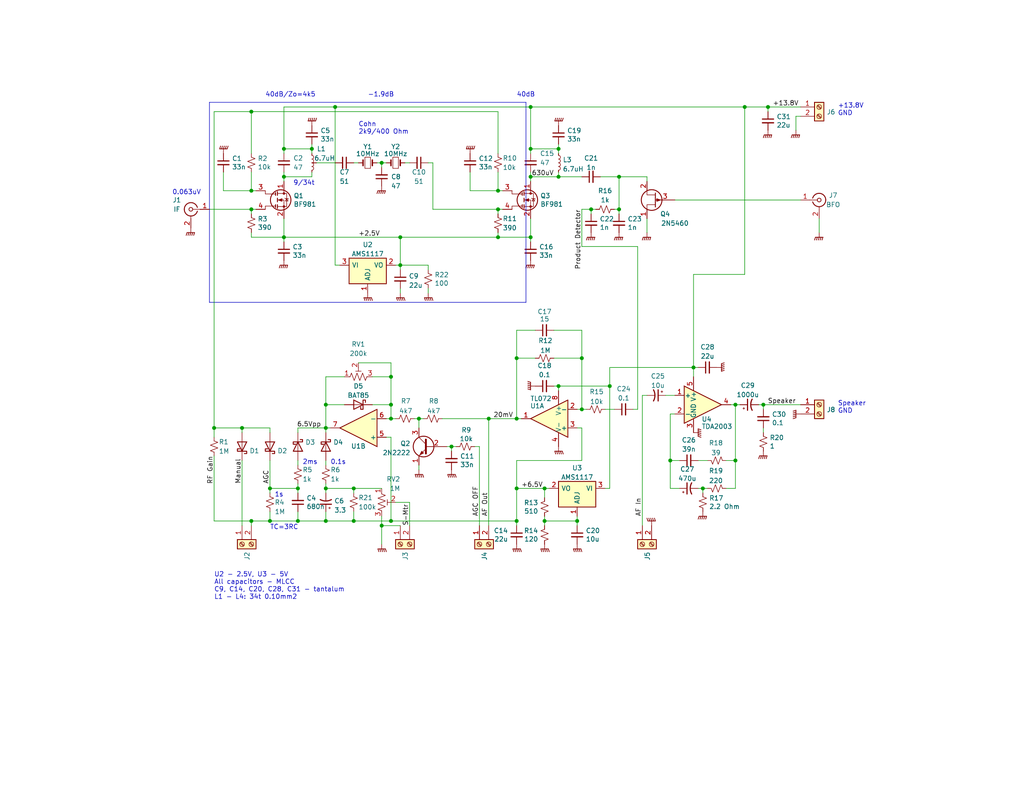
<source format=kicad_sch>
(kicad_sch (version 20230121) (generator eeschema)
  (paper "USLetter")
  (title_block (title "IF amp./Product det./AF amp./AGC") (date "2021-12-23") (rev "3") (company "VA3AUI"))
  (lib_symbols
    (symbol "Amplifier_Audio:TDA2003" (pin_names (offset 0.127))
      (property "Reference" "U" (at 3.81 6.35 0))
      (property "Value" "TDA2003" (at 3.81 3.81 0))
      (symbol "TDA2003_1_1"
        (pin input line (at -7.62 2.54 0) (length 2.54) (name "+") (number "1"))
        (pin input line (at -7.62 -2.54 0) (length 2.54) (name "-") (number "2"))
        (pin power_in line (at -2.54 -7.62 90) (length 3.81) (name "GND") (number "3"))
        (pin output line (at 7.62 0 180) (length 2.54) (name "~") (number "4"))
        (pin power_in line (at -2.54 7.62 270) (length 3.81) (name "V+") (number "5"))
      )
    )
    (symbol "Amplifier_Operational:TL072" (pin_names (offset 0.127))
      (property "Reference" "U" (at 0 5.08 0))
      (property "Value" "TL072" (at 0 -5.08 0))
      (symbol "TL072_1_1"
        (pin output line (at 7.62 0 180) (length 2.54) (name "~") (number "1"))
        (pin input line (at -7.62 -2.54 0) (length 2.54) (name "-") (number "2"))
        (pin input line (at -7.62 2.54 0) (length 2.54) (name "+") (number "3"))
      )
      (symbol "TL072_2_1"
        (pin input line (at -7.62 2.54 0) (length 2.54) (name "+") (number "5"))
        (pin input line (at -7.62 -2.54 0) (length 2.54) (name "-") (number "6"))
        (pin output line (at 7.62 0 180) (length 2.54) (name "~") (number "7"))
      )
      (symbol "TL072_3_1"
        (pin power_in line (at -2.54 -7.62 90) (length 3.81) (name "V-") (number "4"))
        (pin power_in line (at -2.54 7.62 270) (length 3.81) (name "V+") (number "8"))
      )
    )
    (symbol "Connector:Conn_Coaxial" (pin_names (offset 1.016) hide)
      (property "Reference" "J" (at 0.254 3.048 0))
      (property "Value" "Conn_Coaxial" (at 2.921 0 90))
      (symbol "Conn_Coaxial_1_1"
        (pin passive line (at -5.08 0 0) (length 2.54) (name "In") (number "1"))
        (pin passive line (at 0 -5.08 90) (length 2.54) (name "Ext") (number "2"))
      )
    )
    (symbol "Connector:Screw_Terminal_01x02" (pin_names (offset 1.016) hide)
      (property "Reference" "J" (at 0 2.54 0))
      (property "Value" "Screw_Terminal_01x02" (at 0 -5.08 0))
      (symbol "Screw_Terminal_01x02_1_1"
        (pin passive line (at -5.08 0 0) (length 3.81) (name "Pin_1") (number "1"))
        (pin passive line (at -5.08 -2.54 0) (length 3.81) (name "Pin_2") (number "2"))
      )
    )
    (symbol "Device:C_Polarized_Small_US" (pin_numbers hide) (pin_names (offset 0.254) hide)
      (property "Reference" "C" (at 0.254 1.778 0))
      (property "Value" "C_Polarized_Small_US" (at 0.254 -2.032 0))
      (symbol "C_Polarized_Small_US_1_1"
        (pin passive line (at 0 2.54 270) (length 2.032) (name "~") (number "1"))
        (pin passive line (at 0 -2.54 90) (length 2.032) (name "~") (number "2"))
      )
    )
    (symbol "Device:C_Small" (pin_numbers hide) (pin_names (offset 0.254) hide)
      (property "Reference" "C" (at 0.254 1.778 0))
      (property "Value" "C_Small" (at 0.254 -2.032 0))
      (symbol "C_Small_1_1"
        (pin passive line (at 0 2.54 270) (length 2.032) (name "~") (number "1"))
        (pin passive line (at 0 -2.54 90) (length 2.032) (name "~") (number "2"))
      )
    )
    (symbol "Device:Crystal_Small" (pin_numbers hide) (pin_names (offset 1.016) hide)
      (property "Reference" "Y" (at 0 2.54 0))
      (property "Value" "Crystal_Small" (at 0 -2.54 0))
      (symbol "Crystal_Small_1_1"
        (pin passive line (at -2.54 0 0) (length 1.27) (name "1") (number "1"))
        (pin passive line (at 2.54 0 180) (length 1.27) (name "2") (number "2"))
      )
    )
    (symbol "Device:L_Small" (pin_numbers hide) (pin_names (offset 0.254) hide)
      (property "Reference" "L" (at 0.762 1.016 0))
      (property "Value" "L_Small" (at 0.762 -1.016 0))
      (symbol "L_Small_1_1"
        (pin passive line (at 0 2.54 270) (length 0.508) (name "~") (number "1"))
        (pin passive line (at 0 -2.54 90) (length 0.508) (name "~") (number "2"))
      )
    )
    (symbol "Device:Q_PJFET_SDG" (pin_names (offset 0) hide)
      (property "Reference" "Q" (at 5.08 1.27 0))
      (property "Value" "Q_PJFET_SDG" (at 5.08 -1.27 0))
      (symbol "Q_PJFET_SDG_1_1"
        (pin passive line (at 2.54 -5.08 90) (length 2.54) (name "S") (number "1"))
        (pin passive line (at 2.54 5.08 270) (length 2.54) (name "D") (number "2"))
        (pin input line (at -5.08 0 0) (length 5.334) (name "G") (number "3"))
      )
    )
    (symbol "Device:R_Potentiometer_Trim_US" (pin_names (offset 1.016) hide)
      (property "Reference" "RV" (at -4.445 0 90))
      (property "Value" "R_Potentiometer_Trim_US" (at -2.54 0 90))
      (symbol "R_Potentiometer_Trim_US_1_1"
        (pin passive line (at 0 3.81 270) (length 1.27) (name "1") (number "1"))
        (pin passive line (at 3.81 0 180) (length 1.27) (name "2") (number "2"))
        (pin passive line (at 0 -3.81 90) (length 1.27) (name "3") (number "3"))
      )
    )
    (symbol "Device:R_Small_US" (pin_numbers hide) (pin_names (offset 0.254) hide)
      (property "Reference" "R" (at 0.762 0.508 0))
      (property "Value" "R_Small_US" (at 0.762 -1.016 0))
      (symbol "R_Small_US_1_1"
        (pin passive line (at 0 2.54 270) (length 1.016) (name "~") (number "1"))
        (pin passive line (at 0 -2.54 90) (length 1.016) (name "~") (number "2"))
      )
    )
    (symbol "Diode:BAT85" (pin_numbers hide) (pin_names (offset 1.016) hide)
      (property "Reference" "D" (at 0 2.54 0))
      (property "Value" "BAT85" (at 0 -2.54 0))
      (symbol "BAT85_1_1"
        (pin passive line (at -3.81 0 0) (length 2.54) (name "K") (number "1"))
        (pin passive line (at 3.81 0 180) (length 2.54) (name "A") (number "2"))
      )
    )
    (symbol "Regulator_Linear:AMS1117" (pin_names (offset 0.762))
      (property "Reference" "U" (at -3.81 3.175 0))
      (property "Value" "AMS1117" (at 0 3.175 0))
      (symbol "AMS1117_1_1"
        (pin input line (at 0 -7.62 90) (length 2.54) (name "ADJ") (number "1"))
        (pin power_out line (at 7.62 0 180) (length 2.54) (name "VO") (number "2"))
        (pin power_in line (at -7.62 0 0) (length 2.54) (name "VI") (number "3"))
      )
    )
    (symbol "Transistor_BJT:2N3904" (pin_names (offset 0) hide)
      (property "Reference" "Q" (at 5.08 1.905 0))
      (property "Value" "2N3904" (at 5.08 0 0))
      (symbol "2N3904_1_1"
        (pin passive line (at 2.54 -5.08 90) (length 2.54) (name "E") (number "1"))
        (pin passive line (at -5.08 0 0) (length 5.715) (name "B") (number "2"))
        (pin passive line (at 2.54 5.08 270) (length 2.54) (name "C") (number "3"))
      )
    )
    (symbol "Transistor_FET:3SK263" (pin_names hide)
      (property "Reference" "Q" (at 5.08 1.905 0))
      (property "Value" "3SK263" (at 5.08 0 0))
      (symbol "3SK263_1_1"
        (pin passive line (at 2.54 5.08 270) (length 2.54) (name "D") (number "1"))
        (pin passive line (at 2.54 -5.08 90) (length 2.54) (name "S") (number "2"))
        (pin passive line (at -5.08 2.54 0) (length 2.54) (name "G1") (number "3"))
        (pin passive line (at -5.08 -2.54 0) (length 2.54) (name "G2") (number "4"))
      )
    )
    (symbol "VA3AUI:L_Small_Center_Tap" (pin_numbers hide) (pin_names (offset 0.254) hide)
      (property "Reference" "L?" (at 1.143 0.8347 0))
      (property "Value" "L_Small_Center_Tap" (at 1.143 -1.7022 0))
      (symbol "L_Small_Center_Tap_0_0"
        (pin passive line (at 1.27 0 180) (length 1.25) (name "") (number "3"))
      )
      (symbol "L_Small_Center_Tap_1_1"
        (pin passive line (at 0 2.54 270) (length 0.508) (name "~") (number "1"))
        (pin passive line (at 0 -2.54 90) (length 0.508) (name "~") (number "2"))
      )
    )
    (symbol "power:GNDPWR" (power) (pin_names (offset 0))
      (property "Value" "GNDPWR" (at 0 -3.302 0))
      (symbol "GNDPWR_1_1"
        (pin power_in line (at 0 0 270) (length 0) hide (name "GNDPWR") (number "1"))
      )
    )
  )
  (junction (at 73.66 133.35))
  (junction (at 200.66 125.73))
  (junction (at 166.37 105.41))
  (junction (at 104.14 44.45))
  (junction (at 66.04 116.84))
  (junction (at 140.97 133.35))
  (junction (at 182.88 125.73))
  (junction (at 144.78 64.77))
  (junction (at 152.4 40.64))
  (junction (at 168.91 57.15))
  (junction (at 140.97 97.79))
  (junction (at 77.47 64.77))
  (junction (at 144.78 29.21))
  (junction (at 157.48 142.24))
  (junction (at 88.9 142.24))
  (junction (at 148.59 142.24))
  (junction (at 140.97 114.3))
  (junction (at 81.28 142.24))
  (junction (at 114.3 114.3))
  (junction (at 152.4 48.26))
  (junction (at 77.47 40.64))
  (junction (at 135.89 52.07))
  (junction (at 158.75 97.79))
  (junction (at 68.58 52.07))
  (junction (at 106.68 110.49))
  (junction (at 133.35 114.3))
  (junction (at 88.9 110.49))
  (junction (at 85.09 40.64))
  (junction (at 88.9 116.84))
  (junction (at 106.68 102.87))
  (junction (at 140.97 142.24))
  (junction (at 81.28 133.35))
  (junction (at 96.52 142.24))
  (junction (at 109.22 72.39))
  (junction (at 123.19 121.92))
  (junction (at 104.14 143.51))
  (junction (at 88.9 133.35))
  (junction (at 106.68 142.24))
  (junction (at 209.55 29.21))
  (junction (at 109.22 64.77))
  (junction (at 189.23 100.33))
  (junction (at 144.78 48.26))
  (junction (at 135.89 64.77))
  (junction (at 96.52 133.35))
  (junction (at 158.75 111.76))
  (junction (at 144.78 40.64))
  (junction (at 161.29 57.15))
  (junction (at 208.28 110.49))
  (junction (at 106.68 114.3))
  (junction (at 148.59 133.35))
  (junction (at 203.2 29.21))
  (junction (at 200.66 110.49))
  (junction (at 68.58 57.15))
  (junction (at 135.89 57.15))
  (junction (at 73.66 142.24))
  (junction (at 68.58 142.24))
  (junction (at 77.47 48.26))
  (junction (at 68.58 30.48))
  (junction (at 168.91 48.26))
  (junction (at 152.4 105.41))
  (junction (at 91.44 29.21))
  (junction (at 191.77 133.35))
  (junction (at 58.42 116.84))
  (wire (pts (xy 140.97 97.79) (xy 140.97 114.3)))
  (wire (pts (xy 73.66 142.24) (xy 81.28 142.24)))
  (wire (pts (xy 107.95 72.39) (xy 109.22 72.39)))
  (wire (pts (xy 158.75 67.31) (xy 173.99 67.31)))
  (wire (pts (xy 198.12 133.35) (xy 200.66 133.35)))
  (wire (pts (xy 182.88 133.35) (xy 182.88 125.73)))
  (wire (pts (xy 111.76 137.16) (xy 111.76 143.51)))
  (wire (pts (xy 158.75 116.84) (xy 158.75 125.73)))
  (wire (pts (xy 118.11 44.45) (xy 116.84 44.45)))
  (wire (pts (xy 218.44 31.75) (xy 217.17 31.75)))
  (wire (pts (xy 104.14 148.59) (xy 104.14 143.51)))
  (wire (pts (xy 58.42 124.46) (xy 58.42 142.24)))
  (wire (pts (xy 118.11 44.45) (xy 118.11 57.15)))
  (wire (pts (xy 158.75 57.15) (xy 158.75 67.31)))
  (wire (pts (xy 77.47 59.69) (xy 77.47 64.77)))
  (wire (pts (xy 223.52 63.5) (xy 223.52 59.69)))
  (wire (pts (xy 166.37 105.41) (xy 166.37 133.35)))
  (wire (pts (xy 146.05 97.79) (xy 140.97 97.79)))
  (wire (pts (xy 144.78 46.99) (xy 144.78 48.26)))
  (wire (pts (xy 81.28 127) (xy 81.28 125.73)))
  (wire (pts (xy 144.78 48.26) (xy 152.4 48.26)))
  (wire (pts (xy 68.58 64.77) (xy 77.47 64.77)))
  (wire (pts (xy 116.84 80.01) (xy 116.84 78.74)))
  (wire (pts (xy 77.47 40.64) (xy 77.47 29.21)))
  (wire (pts (xy 158.75 90.17) (xy 158.75 97.79)))
  (wire (pts (xy 135.89 63.5) (xy 135.89 64.77)))
  (wire (pts (xy 96.52 44.45) (xy 97.79 44.45)))
  (wire (pts (xy 140.97 133.35) (xy 140.97 142.24)))
  (wire (pts (xy 68.58 52.07) (xy 69.85 52.07)))
  (wire (pts (xy 88.9 139.7) (xy 88.9 142.24)))
  (wire (pts (xy 160.02 111.76) (xy 158.75 111.76)))
  (wire (pts (xy 104.14 45.72) (xy 104.14 44.45)))
  (wire (pts (xy 200.66 110.49) (xy 200.66 125.73)))
  (wire (pts (xy 88.9 118.11) (xy 88.9 116.84)))
  (wire (pts (xy 88.9 116.84) (xy 90.17 116.84)))
  (wire (pts (xy 158.75 111.76) (xy 157.48 111.76)))
  (wire (pts (xy 148.59 133.35) (xy 149.86 133.35)))
  (wire (pts (xy 85.09 41.91) (xy 85.09 40.64)))
  (wire (pts (xy 88.9 132.08) (xy 88.9 133.35)))
  (wire (pts (xy 77.47 48.26) (xy 85.09 48.26)))
  (wire (pts (xy 109.22 73.66) (xy 109.22 72.39)))
  (wire (pts (xy 96.52 142.24) (xy 106.68 142.24)))
  (wire (pts (xy 148.59 143.51) (xy 148.59 142.24)))
  (wire (pts (xy 113.03 114.3) (xy 114.3 114.3)))
  (wire (pts (xy 109.22 72.39) (xy 109.22 64.77)))
  (wire (pts (xy 68.58 57.15) (xy 69.85 57.15)))
  (wire (pts (xy 109.22 143.51) (xy 104.14 143.51)))
  (wire (pts (xy 157.48 143.51) (xy 157.48 142.24)))
  (wire (pts (xy 189.23 100.33) (xy 189.23 74.93)))
  (wire (pts (xy 175.26 107.95) (xy 176.53 107.95)))
  (wire (pts (xy 109.22 80.01) (xy 109.22 78.74)))
  (wire (pts (xy 172.72 111.76) (xy 173.99 111.76)))
  (wire (pts (xy 81.28 142.24) (xy 88.9 142.24)))
  (wire (pts (xy 189.23 74.93) (xy 203.2 74.93)))
  (wire (pts (xy 58.42 30.48) (xy 58.42 116.84)))
  (wire (pts (xy 166.37 105.41) (xy 166.37 100.33)))
  (wire (pts (xy 218.44 110.49) (xy 208.28 110.49)))
  (wire (pts (xy 142.24 114.3) (xy 140.97 114.3)))
  (wire (pts (xy 182.88 125.73) (xy 185.42 125.73)))
  (wire (pts (xy 88.9 110.49) (xy 88.9 116.84)))
  (wire (pts (xy 68.58 143.51) (xy 68.58 142.24)))
  (wire (pts (xy 144.78 59.69) (xy 144.78 64.77)))
  (wire (pts (xy 185.42 133.35) (xy 182.88 133.35)))
  (wire (pts (xy 68.58 142.24) (xy 73.66 142.24)))
  (wire (pts (xy 152.4 105.41) (xy 166.37 105.41)))
  (wire (pts (xy 114.3 128.27) (xy 114.3 127)))
  (polyline (pts (xy 57.15 82.55) (xy 143.51 82.55)))
  (wire (pts (xy 144.78 49.53) (xy 144.78 48.26)))
  (wire (pts (xy 163.83 48.26) (xy 168.91 48.26)))
  (wire (pts (xy 77.47 64.77) (xy 109.22 64.77)))
  (wire (pts (xy 140.97 90.17) (xy 140.97 97.79)))
  (wire (pts (xy 140.97 142.24) (xy 140.97 143.51)))
  (wire (pts (xy 81.28 116.84) (xy 88.9 116.84)))
  (wire (pts (xy 123.19 121.92) (xy 124.46 121.92)))
  (wire (pts (xy 92.71 72.39) (xy 91.44 72.39)))
  (wire (pts (xy 60.96 46.99) (xy 60.96 52.07)))
  (wire (pts (xy 68.58 63.5) (xy 68.58 64.77)))
  (wire (pts (xy 176.53 48.26) (xy 176.53 49.53)))
  (wire (pts (xy 105.41 119.38) (xy 106.68 119.38)))
  (wire (pts (xy 58.42 116.84) (xy 58.42 119.38)))
  (wire (pts (xy 81.28 133.35) (xy 81.28 134.62)))
  (wire (pts (xy 88.9 142.24) (xy 96.52 142.24)))
  (wire (pts (xy 68.58 58.42) (xy 68.58 57.15)))
  (wire (pts (xy 148.59 142.24) (xy 148.59 140.97)))
  (wire (pts (xy 97.79 99.06) (xy 106.68 99.06)))
  (wire (pts (xy 140.97 125.73) (xy 140.97 133.35)))
  (wire (pts (xy 105.41 114.3) (xy 106.68 114.3)))
  (wire (pts (xy 86.36 44.45) (xy 91.44 44.45)))
  (wire (pts (xy 173.99 67.31) (xy 173.99 111.76)))
  (wire (pts (xy 144.78 41.91) (xy 144.78 40.64)))
  (wire (pts (xy 110.49 44.45) (xy 111.76 44.45)))
  (wire (pts (xy 133.35 114.3) (xy 140.97 114.3)))
  (wire (pts (xy 144.78 40.64) (xy 152.4 40.64)))
  (wire (pts (xy 152.4 46.99) (xy 152.4 48.26)))
  (wire (pts (xy 58.42 116.84) (xy 66.04 116.84)))
  (wire (pts (xy 77.47 48.26) (xy 77.47 46.99)))
  (wire (pts (xy 152.4 105.41) (xy 151.13 105.41)))
  (wire (pts (xy 88.9 127) (xy 88.9 125.73)))
  (wire (pts (xy 189.23 100.33) (xy 189.23 102.87)))
  (wire (pts (xy 146.05 90.17) (xy 140.97 90.17)))
  (wire (pts (xy 58.42 30.48) (xy 68.58 30.48)))
  (wire (pts (xy 209.55 30.48) (xy 209.55 29.21)))
  (wire (pts (xy 207.01 110.49) (xy 208.28 110.49)))
  (wire (pts (xy 135.89 41.91) (xy 135.89 30.48)))
  (wire (pts (xy 121.92 121.92) (xy 123.19 121.92)))
  (wire (pts (xy 161.29 57.15) (xy 158.75 57.15)))
  (wire (pts (xy 96.52 133.35) (xy 88.9 133.35)))
  (wire (pts (xy 148.59 135.89) (xy 148.59 133.35)))
  (wire (pts (xy 104.14 140.97) (xy 104.14 143.51)))
  (wire (pts (xy 120.65 114.3) (xy 133.35 114.3)))
  (wire (pts (xy 73.66 133.35) (xy 73.66 134.62)))
  (wire (pts (xy 66.04 116.84) (xy 73.66 116.84)))
  (wire (pts (xy 158.75 111.76) (xy 158.75 97.79)))
  (wire (pts (xy 58.42 142.24) (xy 68.58 142.24)))
  (wire (pts (xy 157.48 116.84) (xy 158.75 116.84)))
  (wire (pts (xy 190.5 125.73) (xy 193.04 125.73)))
  (wire (pts (xy 157.48 142.24) (xy 157.48 140.97)))
  (wire (pts (xy 190.5 133.35) (xy 191.77 133.35)))
  (wire (pts (xy 128.27 52.07) (xy 135.89 52.07)))
  (wire (pts (xy 77.47 29.21) (xy 91.44 29.21)))
  (wire (pts (xy 109.22 64.77) (xy 135.89 64.77)))
  (wire (pts (xy 106.68 110.49) (xy 106.68 114.3)))
  (wire (pts (xy 73.66 125.73) (xy 73.66 133.35)))
  (wire (pts (xy 144.78 29.21) (xy 144.78 40.64)))
  (wire (pts (xy 165.1 133.35) (xy 166.37 133.35)))
  (wire (pts (xy 209.55 29.21) (xy 218.44 29.21)))
  (wire (pts (xy 93.98 110.49) (xy 88.9 110.49)))
  (wire (pts (xy 144.78 66.04) (xy 144.78 64.77)))
  (wire (pts (xy 161.29 57.15) (xy 161.29 58.42)))
  (wire (pts (xy 88.9 133.35) (xy 88.9 134.62)))
  (wire (pts (xy 203.2 29.21) (xy 209.55 29.21)))
  (wire (pts (xy 106.68 102.87) (xy 106.68 110.49)))
  (wire (pts (xy 123.19 123.19) (xy 123.19 121.92)))
  (wire (pts (xy 73.66 116.84) (xy 73.66 118.11)))
  (wire (pts (xy 151.13 90.17) (xy 158.75 90.17)))
  (wire (pts (xy 114.3 114.3) (xy 115.57 114.3)))
  (wire (pts (xy 217.17 35.56) (xy 217.17 31.75)))
  (wire (pts (xy 129.54 121.92) (xy 130.81 121.92)))
  (wire (pts (xy 66.04 125.73) (xy 66.04 143.51)))
  (wire (pts (xy 148.59 142.24) (xy 157.48 142.24)))
  (wire (pts (xy 152.4 39.37) (xy 152.4 40.64)))
  (wire (pts (xy 106.68 142.24) (xy 140.97 142.24)))
  (wire (pts (xy 93.98 102.87) (xy 88.9 102.87)))
  (wire (pts (xy 175.26 143.51) (xy 175.26 107.95)))
  (wire (pts (xy 116.84 72.39) (xy 109.22 72.39)))
  (wire (pts (xy 135.89 46.99) (xy 135.89 52.07)))
  (wire (pts (xy 133.35 114.3) (xy 133.35 143.51)))
  (polyline (pts (xy 143.51 82.55) (xy 143.51 27.94)))
  (wire (pts (xy 68.58 30.48) (xy 135.89 30.48)))
  (wire (pts (xy 191.77 134.62) (xy 191.77 133.35)))
  (wire (pts (xy 107.95 137.16) (xy 111.76 137.16)))
  (wire (pts (xy 152.4 41.91) (xy 152.4 40.64)))
  (wire (pts (xy 85.09 46.99) (xy 85.09 48.26)))
  (wire (pts (xy 104.14 44.45) (xy 105.41 44.45)))
  (wire (pts (xy 57.15 57.15) (xy 68.58 57.15)))
  (wire (pts (xy 181.61 107.95) (xy 184.15 107.95)))
  (wire (pts (xy 140.97 125.73) (xy 158.75 125.73)))
  (wire (pts (xy 116.84 73.66) (xy 116.84 72.39)))
  (wire (pts (xy 130.81 143.51) (xy 130.81 121.92)))
  (wire (pts (xy 208.28 111.76) (xy 208.28 110.49)))
  (wire (pts (xy 77.47 66.04) (xy 77.47 64.77)))
  (wire (pts (xy 96.52 133.35) (xy 104.14 133.35)))
  (wire (pts (xy 81.28 132.08) (xy 81.28 133.35)))
  (wire (pts (xy 152.4 106.68) (xy 152.4 105.41)))
  (wire (pts (xy 168.91 57.15) (xy 168.91 58.42)))
  (wire (pts (xy 135.89 52.07) (xy 137.16 52.07)))
  (wire (pts (xy 77.47 41.91) (xy 77.47 40.64)))
  (wire (pts (xy 96.52 139.7) (xy 96.52 142.24)))
  (wire (pts (xy 144.78 29.21) (xy 203.2 29.21)))
  (wire (pts (xy 168.91 57.15) (xy 168.91 48.26)))
  (wire (pts (xy 68.58 41.91) (xy 68.58 30.48)))
  (wire (pts (xy 176.53 63.5) (xy 176.53 59.69)))
  (wire (pts (xy 200.66 133.35) (xy 200.66 125.73)))
  (wire (pts (xy 91.44 29.21) (xy 144.78 29.21)))
  (wire (pts (xy 73.66 133.35) (xy 81.28 133.35)))
  (wire (pts (xy 203.2 74.93) (xy 203.2 29.21)))
  (wire (pts (xy 118.11 57.15) (xy 135.89 57.15)))
  (wire (pts (xy 135.89 58.42) (xy 135.89 57.15)))
  (wire (pts (xy 114.3 116.84) (xy 114.3 114.3)))
  (wire (pts (xy 168.91 48.26) (xy 176.53 48.26)))
  (wire (pts (xy 167.64 57.15) (xy 168.91 57.15)))
  (wire (pts (xy 81.28 139.7) (xy 81.28 142.24)))
  (wire (pts (xy 162.56 57.15) (xy 161.29 57.15)))
  (wire (pts (xy 128.27 46.99) (xy 128.27 52.07)))
  (wire (pts (xy 101.6 102.87) (xy 106.68 102.87)))
  (wire (pts (xy 135.89 64.77) (xy 144.78 64.77)))
  (wire (pts (xy 152.4 48.26) (xy 158.75 48.26)))
  (wire (pts (xy 102.87 44.45) (xy 104.14 44.45)))
  (wire (pts (xy 91.44 29.21) (xy 91.44 72.39)))
  (wire (pts (xy 77.47 40.64) (xy 85.09 40.64)))
  (wire (pts (xy 106.68 114.3) (xy 107.95 114.3)))
  (wire (pts (xy 85.09 39.37) (xy 85.09 40.64)))
  (wire (pts (xy 201.93 110.49) (xy 200.66 110.49)))
  (wire (pts (xy 68.58 46.99) (xy 68.58 52.07)))
  (wire (pts (xy 158.75 97.79) (xy 151.13 97.79)))
  (wire (pts (xy 165.1 111.76) (xy 167.64 111.76)))
  (wire (pts (xy 166.37 100.33) (xy 189.23 100.33)))
  (wire (pts (xy 184.15 113.03) (xy 182.88 113.03)))
  (polyline (pts (xy 57.15 27.94) (xy 143.51 27.94)))
  (wire (pts (xy 101.6 110.49) (xy 106.68 110.49)))
  (wire (pts (xy 73.66 139.7) (xy 73.66 142.24)))
  (wire (pts (xy 135.89 57.15) (xy 137.16 57.15)))
  (wire (pts (xy 106.68 99.06) (xy 106.68 102.87)))
  (wire (pts (xy 66.04 118.11) (xy 66.04 116.84)))
  (wire (pts (xy 77.47 49.53) (xy 77.47 48.26)))
  (wire (pts (xy 106.68 119.38) (xy 106.68 142.24)))
  (wire (pts (xy 81.28 118.11) (xy 81.28 116.84)))
  (wire (pts (xy 182.88 113.03) (xy 182.88 125.73)))
  (polyline (pts (xy 57.15 27.94) (xy 57.15 82.55)))
  (wire (pts (xy 191.77 133.35) (xy 193.04 133.35)))
  (wire (pts (xy 184.15 54.61) (xy 218.44 54.61)))
  (wire (pts (xy 190.5 100.33) (xy 189.23 100.33)))
  (wire (pts (xy 208.28 116.84) (xy 208.28 118.11)))
  (wire (pts (xy 88.9 102.87) (xy 88.9 110.49)))
  (wire (pts (xy 60.96 52.07) (xy 68.58 52.07)))
  (wire (pts (xy 199.39 110.49) (xy 200.66 110.49)))
  (wire (pts (xy 140.97 133.35) (xy 148.59 133.35)))
  (wire (pts (xy 96.52 134.62) (xy 96.52 133.35)))
  (wire (pts (xy 198.12 125.73) (xy 200.66 125.73)))
  (text "TC=3RC" (at 73.66 144.78 0) (effects (font (size 1.27 1.27)) (justify left bottom)))
  (text "Cohn\n2k9/400 Ohm" (at 97.79 36.83 0) (effects (font (size 1.27 1.27)) (justify left bottom)))
  (text "Speaker\nGND" (at 228.6 113.03 0) (effects (font (size 1.27 1.27)) (justify left bottom)))
  (text "0.063uV" (at 46.99 53.34 0) (effects (font (size 1.27 1.27)) (justify left bottom)))
  (text "40dB/Zo=4k5" (at 72.39 26.67 0) (effects (font (size 1.27 1.27)) (justify left bottom)))
  (text "0.1s" (at 90.17 127 0) (effects (font (size 1.27 1.27)) (justify left bottom)))
  (text "U2 - 2.5V, U3 - 5V\nAll capacitors - MLCC\nC9, C14, C20, C28, C31 - tantalum\nL1 - L4: 34t 0.10mm2" (at 58.42 163.83 0) (effects (font (size 1.27 1.27)) (justify left bottom)))
  (text "2ms" (at 82.55 127 0) (effects (font (size 1.27 1.27)) (justify left bottom)))
  (text "1s" (at 74.93 135.89 0) (effects (font (size 1.27 1.27)) (justify left bottom)))
  (text "9/34t" (at 80.01 50.8 0) (effects (font (size 1.27 1.27)) (justify left bottom)))
  (text "-1.9dB" (at 100.33 26.67 0) (effects (font (size 1.27 1.27)) (justify left bottom)))
  (text "40dB" (at 140.97 26.67 0) (effects (font (size 1.27 1.27)) (justify left bottom)))
  (text "+13.8V\nGND" (at 228.6 31.75 0) (effects (font (size 1.27 1.27)) (justify left bottom)))
  (label "+2.5V" (at 97.79 64.77 0))
  (label "AGC OFF" (at 130.81 140.97 90))
  (label "630uV" (at 151.13 48.26 180))
  (label "S-Mtr" (at 111.76 143.51 90))
  (label "RF Gain" (at 58.42 124.46 270))
  (label "Speaker" (at 217.17 110.49 180))
  (label "AF In" (at 175.26 140.97 90))
  (label "6.5Vpp" (at 87.63 116.84 180))
  (label "20mV" (at 134.62 114.3 0))
  (label "AGC" (at 73.66 128.27 270))
  (label "+6.5V" (at 142.24 133.35 0))
  (label "Product Detector" (at 158.75 57.15 270))
  (label "AF Out" (at 133.35 140.97 90))
  (label "+13.8V" (at 210.82 29.21 0))
  (label "Manual" (at 66.04 132.08 90))
  (symbol (lib_id "Device:R_Small_US") (at 135.89 60.96 0) (unit 1)
    (property "Reference" "R11" (at 137.16 59.69 0) (effects (justify left)))
    (property "Value" "390" (at 137.16 62.23 0) (effects (justify left)))
    (property "Footprint" "VA3AUI:R_Axial_DIN0207_L6.3mm_D2.5mm_P10.16mm_Horizontal" (effects hide))
  )
  (symbol (lib_id "Device:R_Small_US") (at 68.58 44.45 0) (unit 1)
    (property "Reference" "R2" (at 70.3072 43.2816 0) (effects (justify left)))
    (property "Value" "10k" (at 70.3072 45.593 0) (effects (justify left)))
    (property "Footprint" "VA3AUI:R_Axial_DIN0207_L6.3mm_D2.5mm_P10.16mm_Horizontal" (effects hide))
  )
  (symbol (lib_id "Device:R_Small_US") (at 135.89 44.45 0) (unit 1)
    (property "Reference" "R10" (at 137.16 43.18 0) (effects (justify left)))
    (property "Value" "10k" (at 137.16 45.72 0) (effects (justify left)))
    (property "Footprint" "VA3AUI:R_Axial_DIN0207_L6.3mm_D2.5mm_P10.16mm_Horizontal" (effects hide))
  )
  (symbol (lib_id "Device:C_Small") (at 144.78 44.45 0) (unit 1)
    (property "Reference" "C15" (at 147.32 41.91 0) (effects (justify left)))
    (property "Value" "47" (at 147.32 44.45 0) (effects (justify left)))
    (property "Footprint" "VA3AUI:C_Disc_D5.1mm_W3.2mm_P5.00mm_MLCC" (effects hide))
  )
  (symbol (lib_id "Device:C_Small") (at 152.4 36.83 0) (unit 1)
    (property "Reference" "C19" (at 154.7368 35.6616 0) (effects (justify left)))
    (property "Value" "33n" (at 154.7368 37.973 0) (effects (justify left)))
    (property "Footprint" "VA3AUI:C_Disc_D5.1mm_W3.2mm_P5.00mm_MLCC" (effects hide))
  )
  (symbol (lib_id "power:GNDPWR") (at 152.4 34.29 180) (unit 1)
    (property "Reference" "#PWR016" (effects hide))
    (property "Value" "GNDPWR" (effects hide))
  )
  (symbol (lib_id "power:GNDPWR") (at 161.29 63.5 0) (unit 1)
    (property "Reference" "#PWR019" (effects hide))
    (property "Value" "GNDPWR" (effects hide))
  )
  (symbol (lib_id "power:GNDPWR") (at 168.91 63.5 0) (unit 1)
    (property "Reference" "#PWR020" (effects hide))
    (property "Value" "GNDPWR" (effects hide))
  )
  (symbol (lib_id "Device:C_Small") (at 104.14 48.26 180) (unit 1)
    (property "Reference" "C8" (at 106.68 48.26 0) (effects (justify right)))
    (property "Value" "47" (at 106.68 50.8 0) (effects (justify right)))
    (property "Footprint" "VA3AUI:C_Disc_D5.1mm_W3.2mm_P5.00mm_MLCC" (effects hide))
  )
  (symbol (lib_id "power:GNDPWR") (at 104.14 50.8 0) (unit 1)
    (property "Reference" "#PWR07" (effects hide))
    (property "Value" "GNDPWR" (effects hide))
  )
  (symbol (lib_id "Device:C_Small") (at 161.29 48.26 90) (unit 1)
    (property "Reference" "C21" (at 161.29 43.18 90))
    (property "Value" "1n" (at 161.29 45.72 90))
    (property "Footprint" "VA3AUI:C_Disc_D5.1mm_W3.2mm_P5.00mm_MLCC" (effects hide))
  )
  (symbol (lib_id "Diode:BAT85") (at 73.66 121.92 270) (mirror x) (unit 1)
    (property "Reference" "D2" (at 75.692 123.0884 90) (effects (justify left)))
    (property "Value" "BAT85" (effects hide))
    (property "Footprint" "VA3AUI:D_DO-35_SOD27_P7.62mm_Horizontal" (effects hide))
    (property "Datasheet" "https://assets.nexperia.com/documents/data-sheet/BAT85.pdf" (effects hide))
  )
  (symbol (lib_id "power:GNDPWR") (at 217.17 35.56 0) (unit 1)
    (property "Reference" "#PWR028" (effects hide))
    (property "Value" "GNDPWR" (effects hide))
  )
  (symbol (lib_id "power:GNDPWR") (at 209.55 35.56 0) (unit 1)
    (property "Reference" "#PWR027" (effects hide))
    (property "Value" "GNDPWR" (effects hide))
  )
  (symbol (lib_id "Transistor_FET:3SK263") (at 74.93 54.61 0) (unit 1)
    (property "Reference" "Q1" (at 80.1116 53.4416 0) (effects (justify left)))
    (property "Value" "BF981" (at 80.1116 55.753 0) (effects (justify left)))
    (property "Footprint" "VA3AUI:BF981" (effects hide))
    (property "Datasheet" "http://www.onsemi.com/pub_link/Collateral/EN4423-D.PDF" (effects hide))
  )
  (symbol (lib_id "Transistor_FET:3SK263") (at 142.24 54.61 0) (unit 1)
    (property "Reference" "Q3" (at 147.4216 53.4416 0) (effects (justify left)))
    (property "Value" "BF981" (at 147.4216 55.753 0) (effects (justify left)))
    (property "Footprint" "VA3AUI:BF981" (effects hide))
    (property "Datasheet" "http://www.onsemi.com/pub_link/Collateral/EN4423-D.PDF" (effects hide))
  )
  (symbol (lib_id "Device:C_Small") (at 161.29 60.96 0) (unit 1)
    (property "Reference" "C22" (at 163.6268 59.7916 0) (effects (justify left)))
    (property "Value" "1n" (at 163.6268 62.103 0) (effects (justify left)))
    (property "Footprint" "VA3AUI:C_Disc_D5.1mm_W3.2mm_P5.00mm_MLCC" (effects hide))
  )
  (symbol (lib_id "Device:C_Small") (at 168.91 60.96 0) (unit 1)
    (property "Reference" "C23" (at 171.2468 59.7916 0) (effects (justify left)))
    (property "Value" "1n" (at 171.2468 62.103 0) (effects (justify left)))
    (property "Footprint" "VA3AUI:C_Disc_D5.1mm_W3.2mm_P5.00mm_MLCC" (effects hide))
  )
  (symbol (lib_id "Connector:Screw_Terminal_01x02") (at 130.81 148.59 90) (mirror x) (unit 1)
    (property "Reference" "J4" (at 132.1816 150.622 0) (effects (justify left)))
    (property "Value" "Screw_Terminal_01x02" (effects hide))
    (property "Footprint" "VA3AUI:2poles_screw_tb" (effects hide))
  )
  (symbol (lib_id "Connector:Conn_Coaxial") (at 52.07 57.15 0) (mirror y) (unit 1)
    (property "Reference" "J1" (at 48.26 54.61 0))
    (property "Value" "IF" (at 48.26 57.15 0))
    (property "Footprint" "VA3AUI:SMA" (effects hide))
    (property "Datasheet" " ~" (effects hide))
  )
  (symbol (lib_id "power:GNDPWR") (at 52.07 62.23 0) (unit 1)
    (property "Reference" "#PWR01" (effects hide))
    (property "Value" "GNDPWR" (effects hide))
  )
  (symbol (lib_id "Device:R_Small_US") (at 127 121.92 90) (unit 1)
    (property "Reference" "R9" (at 127.2286 117.3988 90))
    (property "Value" "10k" (at 127.2286 119.8118 90))
    (property "Footprint" "VA3AUI:R_Axial_DIN0207_L6.3mm_D2.5mm_P10.16mm_Horizontal" (effects hide))
  )
  (symbol (lib_id "Device:R_Small_US") (at 118.11 114.3 90) (unit 1)
    (property "Reference" "R8" (at 118.3386 109.4994 90))
    (property "Value" "4k7" (at 118.3386 112.1918 90))
    (property "Footprint" "VA3AUI:R_Axial_DIN0207_L6.3mm_D2.5mm_P10.16mm_Horizontal" (effects hide))
  )
  (symbol (lib_id "Device:R_Small_US") (at 110.49 114.3 90) (unit 1)
    (property "Reference" "R7" (at 110.7186 109.4994 90))
    (property "Value" "4k7" (at 110.7186 112.1918 90))
    (property "Footprint" "VA3AUI:R_Axial_DIN0207_L6.3mm_D2.5mm_P10.16mm_Horizontal" (effects hide))
  )
  (symbol (lib_id "Device:C_Small") (at 123.19 125.73 180) (unit 1)
    (property "Reference" "C11" (at 125.5268 124.5616 0) (effects (justify right)))
    (property "Value" "33n" (at 125.5268 126.873 0) (effects (justify right)))
    (property "Footprint" "VA3AUI:C_Disc_D5.1mm_W3.2mm_P5.00mm_MLCC" (effects hide))
  )
  (symbol (lib_id "power:GNDPWR") (at 114.3 128.27 0) (mirror y) (unit 1)
    (property "Reference" "#PWR09" (effects hide))
    (property "Value" "GNDPWR" (effects hide))
  )
  (symbol (lib_id "Connector:Screw_Terminal_01x02") (at 223.52 29.21 0) (unit 1)
    (property "Reference" "J6" (at 225.552 30.5816 0) (effects (justify left)))
    (property "Value" "Screw_Terminal_01x02" (effects hide))
    (property "Footprint" "VA3AUI:2poles_screw_tb" (effects hide))
  )
  (symbol (lib_id "power:GNDPWR") (at 177.8 143.51 0) (mirror x) (unit 1)
    (property "Reference" "#PWR022" (effects hide))
    (property "Value" "GNDPWR" (effects hide))
  )
  (symbol (lib_id "Amplifier_Operational:TL072") (at 149.86 114.3 180) (unit 1)
    (property "Reference" "U1" (at 146.5834 110.8202 0))
    (property "Value" "TL072" (at 147.5994 108.8136 0))
    (property "Footprint" "VA3AUI:TL072" (effects hide))
    (property "Datasheet" "http://www.ti.com/lit/ds/symlink/tl071.pdf" (effects hide))
  )
  (symbol (lib_id "Amplifier_Operational:TL072") (at 97.79 116.84 180) (unit 2)
    (property "Reference" "U1" (at 97.79 121.8184 0))
    (property "Value" "TL072" (effects hide))
    (property "Footprint" "VA3AUI:TL072" (effects hide))
    (property "Datasheet" "http://www.ti.com/lit/ds/symlink/tl071.pdf" (effects hide))
  )
  (symbol (lib_id "Amplifier_Audio:TDA2003") (at 191.77 110.49 0) (unit 1)
    (property "Reference" "U4" (at 191.4398 114.4524 0) (effects (justify left)))
    (property "Value" "TDA2003" (at 191.4398 116.4336 0) (effects (justify left)))
    (property "Footprint" "VA3AUI:TDA2203" (effects hide))
    (property "Datasheet" "http://www.st.com/resource/en/datasheet/cd00000123.pdf" (effects hide))
  )
  (symbol (lib_id "Diode:BAT85") (at 81.28 121.92 270) (unit 1)
    (property "Reference" "D3" (at 83.312 120.7516 90) (effects (justify left)))
    (property "Value" "BAT85" (effects hide))
    (property "Footprint" "VA3AUI:D_DO-35_SOD27_P7.62mm_Horizontal" (effects hide))
    (property "Datasheet" "https://assets.nexperia.com/documents/data-sheet/BAT85.pdf" (effects hide))
  )
  (symbol (lib_id "Diode:BAT85") (at 88.9 121.92 270) (unit 1)
    (property "Reference" "D4" (at 90.932 120.7516 90) (effects (justify left)))
    (property "Value" "BAT85" (effects hide))
    (property "Footprint" "VA3AUI:D_DO-35_SOD27_P7.62mm_Horizontal" (effects hide))
    (property "Datasheet" "https://assets.nexperia.com/documents/data-sheet/BAT85.pdf" (effects hide))
  )
  (symbol (lib_id "Amplifier_Operational:TL072") (at 149.86 114.3 0) (mirror y) (unit 3)
    (property "Reference" "U1" (effects hide))
    (property "Value" "TL072" (effects hide))
    (property "Footprint" "VA3AUI:TL072" (effects hide))
    (property "Datasheet" "http://www.ti.com/lit/ds/symlink/tl071.pdf" (effects hide))
  )
  (symbol (lib_id "power:GNDPWR") (at 152.4 121.92 0) (mirror y) (unit 1)
    (property "Reference" "#PWR017" (effects hide))
    (property "Value" "GNDPWR" (effects hide))
  )
  (symbol (lib_id "Device:R_Small_US") (at 195.58 125.73 270) (mirror x) (unit 1)
    (property "Reference" "R18" (at 195.3514 120.9294 90))
    (property "Value" "39" (at 195.3514 123.6218 90))
    (property "Footprint" "VA3AUI:R_Axial_DIN0207_L6.3mm_D2.5mm_P10.16mm_Horizontal" (effects hide))
  )
  (symbol (lib_id "Device:R_Small_US") (at 191.77 137.16 0) (unit 1)
    (property "Reference" "R17" (at 193.4972 135.9916 0) (effects (justify left)))
    (property "Value" "2.2 Ohm" (at 193.4972 138.303 0) (effects (justify left)))
    (property "Footprint" "VA3AUI:R_Axial_DIN0207_L6.3mm_D2.5mm_P10.16mm_Horizontal" (effects hide))
  )
  (symbol (lib_id "power:GNDPWR") (at 195.58 100.33 90) (mirror x) (unit 1)
    (property "Reference" "#PWR025" (effects hide))
    (property "Value" "GNDPWR" (effects hide))
  )
  (symbol (lib_id "Device:C_Small") (at 208.28 114.3 180) (unit 1)
    (property "Reference" "C30" (at 210.6168 113.1316 0) (effects (justify right)))
    (property "Value" "0.1" (at 210.6168 115.443 0) (effects (justify right)))
    (property "Footprint" "VA3AUI:C_Disc_D5.1mm_W3.2mm_P5.00mm_MLCC" (effects hide))
  )
  (symbol (lib_id "Device:R_Small_US") (at 208.28 120.65 0) (unit 1)
    (property "Reference" "R20" (at 210.0072 119.4816 0) (effects (justify left)))
    (property "Value" "1" (at 210.0072 121.793 0) (effects (justify left)))
    (property "Footprint" "VA3AUI:R_Axial_DIN0207_L6.3mm_D2.5mm_P10.16mm_Horizontal" (effects hide))
  )
  (symbol (lib_id "power:GNDPWR") (at 208.28 123.19 0) (unit 1)
    (property "Reference" "#PWR026" (effects hide))
    (property "Value" "GNDPWR" (effects hide))
  )
  (symbol (lib_id "Device:R_Small_US") (at 162.56 111.76 90) (unit 1)
    (property "Reference" "R15" (at 162.7886 106.9594 90))
    (property "Value" "10k" (at 162.7886 109.6518 90))
    (property "Footprint" "VA3AUI:R_Axial_DIN0207_L6.3mm_D2.5mm_P10.16mm_Horizontal" (effects hide))
  )
  (symbol (lib_id "Device:R_Small_US") (at 148.59 97.79 90) (unit 1)
    (property "Reference" "R12" (at 148.8186 92.9894 90))
    (property "Value" "1M" (at 148.8186 95.6818 90))
    (property "Footprint" "VA3AUI:R_Axial_DIN0207_L6.3mm_D2.5mm_P10.16mm_Horizontal" (effects hide))
  )
  (symbol (lib_id "Device:R_Small_US") (at 81.28 129.54 0) (unit 1)
    (property "Reference" "R5" (at 82.55 128.27 0) (effects (justify left)))
    (property "Value" "1k" (at 82.55 130.81 0) (effects (justify left)))
    (property "Footprint" "VA3AUI:R_Axial_DIN0207_L6.3mm_D2.5mm_P10.16mm_Horizontal" (effects hide))
  )
  (symbol (lib_id "Device:R_Small_US") (at 88.9 129.54 0) (unit 1)
    (property "Reference" "R6" (at 90.17 128.27 0) (effects (justify left)))
    (property "Value" "1k" (at 90.17 130.81 0) (effects (justify left)))
    (property "Footprint" "VA3AUI:R_Axial_DIN0207_L6.3mm_D2.5mm_P10.16mm_Horizontal" (effects hide))
  )
  (symbol (lib_id "Device:R_Small_US") (at 73.66 137.16 0) (unit 1)
    (property "Reference" "R4" (at 74.93 137.16 0) (effects (justify left)))
    (property "Value" "1M" (at 74.93 139.7 0) (effects (justify left)))
    (property "Footprint" "VA3AUI:R_Axial_DIN0207_L6.3mm_D2.5mm_P10.16mm_Horizontal" (effects hide))
  )
  (symbol (lib_id "Device:C_Small") (at 148.59 105.41 90) (mirror x) (unit 1)
    (property "Reference" "C18" (at 148.59 99.822 90))
    (property "Value" "0.1" (at 148.59 102.3366 90))
    (property "Footprint" "VA3AUI:C_Disc_D5.1mm_W3.2mm_P5.00mm_MLCC" (effects hide))
  )
  (symbol (lib_id "power:GNDPWR") (at 146.05 105.41 270) (unit 1)
    (property "Reference" "#PWR014" (effects hide))
    (property "Value" "GNDPWR" (effects hide))
  )
  (symbol (lib_id "power:GNDPWR") (at 189.23 118.11 90) (unit 1)
    (property "Reference" "#PWR023" (effects hide))
    (property "Value" "GNDPWR" (effects hide))
  )
  (symbol (lib_id "Diode:BAT85") (at 97.79 110.49 0) (mirror y) (unit 1)
    (property "Reference" "D5" (at 97.79 105.41 0))
    (property "Value" "BAT85" (at 97.79 107.95 0))
    (property "Footprint" "VA3AUI:D_DO-35_SOD27_P7.62mm_Horizontal" (effects hide))
    (property "Datasheet" "https://assets.nexperia.com/documents/data-sheet/BAT85.pdf" (effects hide))
  )
  (symbol (lib_id "Connector:Screw_Terminal_01x02") (at 109.22 148.59 90) (mirror x) (unit 1)
    (property "Reference" "J3" (at 110.5916 150.622 0) (effects (justify left)))
    (property "Value" "Screw_Terminal_01x02" (effects hide))
    (property "Footprint" "VA3AUI:2poles_screw_tb" (effects hide))
  )
  (symbol (lib_id "Diode:BAT85") (at 66.04 121.92 270) (mirror x) (unit 1)
    (property "Reference" "D1" (at 68.072 123.0884 90) (effects (justify left)))
    (property "Value" "BAT85" (effects hide))
    (property "Footprint" "VA3AUI:D_DO-35_SOD27_P7.62mm_Horizontal" (effects hide))
    (property "Datasheet" "https://assets.nexperia.com/documents/data-sheet/BAT85.pdf" (effects hide))
  )
  (symbol (lib_id "Connector:Screw_Terminal_01x02") (at 66.04 148.59 90) (mirror x) (unit 1)
    (property "Reference" "J2" (at 67.4116 150.622 0) (effects (justify left)))
    (property "Value" "Screw_Terminal_01x02" (effects hide))
    (property "Footprint" "VA3AUI:2poles_screw_tb" (effects hide))
  )
  (symbol (lib_id "Device:R_Small_US") (at 58.42 121.92 0) (unit 1)
    (property "Reference" "R1" (at 59.69 120.65 0) (effects (justify left)))
    (property "Value" "1M" (at 59.69 123.19 0) (effects (justify left)))
    (property "Footprint" "VA3AUI:R_Axial_DIN0207_L6.3mm_D2.5mm_P10.16mm_Horizontal" (effects hide))
  )
  (symbol (lib_id "Connector:Screw_Terminal_01x02") (at 175.26 148.59 90) (mirror x) (unit 1)
    (property "Reference" "J5" (at 176.6316 150.622 0) (effects (justify left)))
    (property "Value" "Screw_Terminal_01x02" (effects hide))
    (property "Footprint" "VA3AUI:2poles_screw_tb" (effects hide))
  )
  (symbol (lib_id "Connector:Screw_Terminal_01x02") (at 223.52 110.49 0) (unit 1)
    (property "Reference" "J8" (at 225.552 111.8616 0) (effects (justify left)))
    (property "Value" "Screw_Terminal_01x02" (effects hide))
    (property "Footprint" "VA3AUI:2poles_screw_tb" (effects hide))
  )
  (symbol (lib_id "power:GNDPWR") (at 218.44 113.03 270) (mirror x) (unit 1)
    (property "Reference" "#PWR029" (effects hide))
    (property "Value" "GNDPWR" (effects hide))
  )
  (symbol (lib_id "power:GNDPWR") (at 85.09 34.29 180) (unit 1)
    (property "Reference" "#PWR04" (effects hide))
    (property "Value" "GNDPWR" (effects hide))
  )
  (symbol (lib_id "Device:Q_PJFET_SDG") (at 179.07 54.61 0) (mirror y) (unit 1)
    (property "Reference" "Q4" (at 182.88 58.42 0) (effects (justify left)))
    (property "Value" "2N5460" (at 187.96 60.96 0) (effects (justify left)))
    (property "Footprint" "VA3AUI:TO-92_2N5460" (effects hide))
  )
  (symbol (lib_id "power:GNDPWR") (at 223.52 63.5 0) (unit 1)
    (property "Reference" "#PWR030" (effects hide))
    (property "Value" "GNDPWR" (effects hide))
  )
  (symbol (lib_id "power:GNDPWR") (at 123.19 128.27 0) (mirror y) (unit 1)
    (property "Reference" "#PWR010" (effects hide))
    (property "Value" "GNDPWR" (effects hide))
  )
  (symbol (lib_id "power:GNDPWR") (at 100.33 80.01 0) (mirror y) (unit 1)
    (property "Reference" "#PWR06" (effects hide))
    (property "Value" "GNDPWR" (effects hide))
  )
  (symbol (lib_id "Device:R_Small_US") (at 165.1 57.15 90) (unit 1)
    (property "Reference" "R16" (at 165.1 52.07 90))
    (property "Value" "1k" (at 165.1 54.61 90))
    (property "Footprint" "VA3AUI:R_Axial_DIN0207_L6.3mm_D2.5mm_P10.16mm_Horizontal" (effects hide))
  )
  (symbol (lib_id "Device:Crystal_Small") (at 107.95 44.45 0) (unit 1)
    (property "Reference" "Y2" (at 107.95 40.0431 0))
    (property "Value" "10MHz" (at 107.95 41.9641 0))
    (property "Footprint" "VA3AUI:HC49-U" (effects hide))
  )
  (symbol (lib_id "Device:L_Small") (at 152.4 44.45 0) (unit 1)
    (property "Reference" "L3" (at 153.543 43.6153 0) (effects (justify left)))
    (property "Value" "6.7uH" (at 153.543 46.1522 0) (effects (justify left)))
    (property "Footprint" "VA3AUI:Filter_IF" (effects hide))
  )
  (symbol (lib_id "Device:R_Small_US") (at 96.52 137.16 0) (unit 1)
    (property "Reference" "R21" (at 97.79 135.89 0) (effects (justify left)))
    (property "Value" "100k" (at 97.79 138.43 0) (effects (justify left)))
    (property "Footprint" "VA3AUI:R_Axial_DIN0207_L6.3mm_D2.5mm_P10.16mm_Horizontal" (effects hide))
  )
  (symbol (lib_id "power:GNDPWR") (at 176.53 63.5 0) (unit 1)
    (property "Reference" "#PWR021" (effects hide))
    (property "Value" "GNDPWR" (effects hide))
  )
  (symbol (lib_id "Transistor_BJT:2N3904") (at 116.84 121.92 0) (mirror y) (unit 1)
    (property "Reference" "Q2" (at 111.9887 121.0853 0) (effects (justify left)))
    (property "Value" "2N2222" (at 111.9887 123.6222 0) (effects (justify left)))
    (property "Footprint" "VA3AUI:TO-92_2N2222" (effects hide))
    (property "Datasheet" "https://www.onsemi.com/pub/Collateral/2N3903-D.PDF" (effects hide))
  )
  (symbol (lib_id "Device:C_Small") (at 140.97 146.05 0) (mirror y) (unit 1)
    (property "Reference" "C14" (at 138.6332 144.8816 0) (effects (justify left)))
    (property "Value" "22u" (at 138.6332 147.193 0) (effects (justify left)))
    (property "Footprint" "VA3AUI:CP_Radial_Tantal_D5.5mm_P5.00mm" (effects hide))
  )
  (symbol (lib_id "Device:C_Small") (at 148.59 90.17 90) (mirror x) (unit 1)
    (property "Reference" "C17" (at 148.59 85.09 90))
    (property "Value" "15" (at 148.59 87.0966 90))
    (property "Footprint" "VA3AUI:C_Disc_D5.1mm_W3.2mm_P5.00mm_MLCC" (effects hide))
  )
  (symbol (lib_id "Device:C_Polarized_Small_US") (at 187.96 133.35 90) (unit 1)
    (property "Reference" "C27" (at 187.5282 128.1008 90))
    (property "Value" "470u" (at 187.5282 130.6377 90))
    (property "Footprint" "VA3AUI:CP_Radial_D6.3mm_H5.0mm_P2.50mm" (effects hide))
  )
  (symbol (lib_id "Connector:Conn_Coaxial") (at 223.52 54.61 0) (unit 1)
    (property "Reference" "J7" (at 227.33 53.34 0))
    (property "Value" "BFO" (at 227.33 55.88 0))
    (property "Footprint" "VA3AUI:SMA" (effects hide))
    (property "Datasheet" " ~" (effects hide))
  )
  (symbol (lib_id "power:GNDPWR") (at 77.47 71.12 0) (unit 1)
    (property "Reference" "#PWR03" (effects hide))
    (property "Value" "GNDPWR" (effects hide))
  )
  (symbol (lib_id "Device:R_Small_US") (at 68.58 60.96 0) (unit 1)
    (property "Reference" "R3" (at 70.3072 59.7916 0) (effects (justify left)))
    (property "Value" "390" (at 70.3072 62.103 0) (effects (justify left)))
    (property "Footprint" "VA3AUI:R_Axial_DIN0207_L6.3mm_D2.5mm_P10.16mm_Horizontal" (effects hide))
  )
  (symbol (lib_id "Device:C_Small") (at 144.78 68.58 0) (unit 1)
    (property "Reference" "C16" (at 147.1168 67.4116 0) (effects (justify left)))
    (property "Value" "33n" (at 147.1168 69.723 0) (effects (justify left)))
    (property "Footprint" "VA3AUI:C_Disc_D5.1mm_W3.2mm_P5.00mm_MLCC" (effects hide))
  )
  (symbol (lib_id "power:GNDPWR") (at 116.84 80.01 0) (mirror y) (unit 1)
    (property "Reference" "#PWR?" (effects hide))
    (property "Value" "GNDPWR" (effects hide))
  )
  (symbol (lib_id "power:GNDPWR") (at 157.48 148.59 0) (mirror y) (unit 1)
    (property "Reference" "#PWR018" (effects hide))
    (property "Value" "GNDPWR" (effects hide))
  )
  (symbol (lib_id "Device:C_Small") (at 109.22 76.2 0) (unit 1)
    (property "Reference" "C9" (at 111.5441 75.3716 0) (effects (justify left)))
    (property "Value" "22u" (at 111.5441 77.9085 0) (effects (justify left)))
    (property "Footprint" "VA3AUI:CP_Radial_Tantal_D5.5mm_P5.00mm" (effects hide))
  )
  (symbol (lib_id "Device:C_Polarized_Small_US") (at 179.07 107.95 270) (unit 1)
    (property "Reference" "C25" (at 179.5018 102.7008 90))
    (property "Value" "10u" (at 179.5018 105.2377 90))
    (property "Footprint" "VA3AUI:CP_Radial_D4.0mm_H5.0mm_P2.50mm" (effects hide))
  )
  (symbol (lib_id "power:GNDPWR") (at 148.59 148.59 0) (mirror y) (unit 1)
    (property "Reference" "#PWR015" (effects hide))
    (property "Value" "GNDPWR" (effects hide))
  )
  (symbol (lib_id "Device:C_Small") (at 93.98 44.45 270) (unit 1)
    (property "Reference" "C7" (at 93.98 46.99 90))
    (property "Value" "51" (at 93.98 49.53 90))
    (property "Footprint" "VA3AUI:C_Disc_D5.1mm_W3.2mm_P5.00mm_MLCC" (effects hide))
  )
  (symbol (lib_id "Device:C_Small") (at 128.27 44.45 0) (unit 1)
    (property "Reference" "C12" (at 130.6068 43.2816 0) (effects (justify left)))
    (property "Value" "33n" (at 130.6068 45.593 0) (effects (justify left)))
    (property "Footprint" "VA3AUI:C_Disc_D5.1mm_W3.2mm_P5.00mm_MLCC" (effects hide))
  )
  (symbol (lib_id "power:GNDPWR") (at 140.97 148.59 0) (mirror y) (unit 1)
    (property "Reference" "#PWR012" (effects hide))
    (property "Value" "GNDPWR" (effects hide))
  )
  (symbol (lib_id "Device:R_Small_US") (at 116.84 76.2 0) (unit 1)
    (property "Reference" "R22" (at 118.5672 75.0316 0) (effects (justify left)))
    (property "Value" "100" (at 118.5672 77.343 0) (effects (justify left)))
    (property "Footprint" "VA3AUI:R_Axial_DIN0207_L6.3mm_D2.5mm_P10.16mm_Horizontal" (effects hide))
  )
  (symbol (lib_id "Device:R_Potentiometer_Trim_US") (at 104.14 137.16 0) (unit 1)
    (property "Reference" "RV2" (at 109.22 130.81 0) (effects (justify right)))
    (property "Value" "1M" (at 109.22 133.35 0) (effects (justify right)))
    (property "Footprint" "VA3AUI:R_trimmer" (effects hide))
  )
  (symbol (lib_id "Device:R_Small_US") (at 148.59 146.05 0) (mirror y) (unit 1)
    (property "Reference" "R14" (at 146.8628 144.8816 0) (effects (justify left)))
    (property "Value" "120" (at 146.8628 147.193 0) (effects (justify left)))
    (property "Footprint" "VA3AUI:R_Axial_DIN0207_L6.3mm_D2.5mm_P10.16mm_Horizontal" (effects hide))
  )
  (symbol (lib_id "Device:C_Small") (at 81.28 137.16 180) (unit 1)
    (property "Reference" "C4" (at 83.6168 135.9916 0) (effects (justify right)))
    (property "Value" "680n" (at 83.6168 138.303 0) (effects (justify right)))
    (property "Footprint" "VA3AUI:C_Disc_D5.1mm_W3.2mm_P5.00mm_MLCC" (effects hide))
  )
  (symbol (lib_id "Device:C_Small") (at 157.48 146.05 0) (unit 1)
    (property "Reference" "C20" (at 159.8168 144.8816 0) (effects (justify left)))
    (property "Value" "10u" (at 159.8168 147.193 0) (effects (justify left)))
    (property "Footprint" "VA3AUI:C_Disc_D5.1mm_W3.2mm_P5.00mm_MLCC" (effects hide))
  )
  (symbol (lib_id "Device:R_Small_US") (at 148.59 138.43 0) (mirror y) (unit 1)
    (property "Reference" "R13" (at 146.8628 137.2616 0) (effects (justify left)))
    (property "Value" "510" (at 146.8628 139.573 0) (effects (justify left)))
    (property "Footprint" "VA3AUI:R_Axial_DIN0207_L6.3mm_D2.5mm_P10.16mm_Horizontal" (effects hide))
  )
  (symbol (lib_id "power:GNDPWR") (at 60.96 41.91 180) (unit 1)
    (property "Reference" "#PWR02" (effects hide))
    (property "Value" "GNDPWR" (effects hide))
  )
  (symbol (lib_id "Device:Crystal_Small") (at 100.33 44.45 0) (unit 1)
    (property "Reference" "Y1" (at 100.33 40.0431 0))
    (property "Value" "10MHz" (at 100.33 41.9641 0))
    (property "Footprint" "VA3AUI:HC49-U" (effects hide))
  )
  (symbol (lib_id "Regulator_Linear:AMS1117") (at 100.33 72.39 0) (unit 1)
    (property "Reference" "U2" (at 100.33 66.7852 0))
    (property "Value" "AMS1117" (at 100.33 69.3221 0))
    (property "Footprint" "VA3AUI:AMS1117" (effects hide))
    (property "Datasheet" "http://www.advanced-monolithic.com/pdf/ds1117.pdf" (effects hide))
  )
  (symbol (lib_id "VA3AUI:L_Small_Center_Tap") (at 85.09 44.45 0) (unit 1)
    (property "Reference" "L1" (at 88.9 40.64 0) (effects (justify right)))
    (property "Value" "6.7uH" (at 91.44 43.18 0) (effects (justify right)))
    (property "Footprint" "VA3AUI:Filter_IF_tap" (effects hide))
  )
  (symbol (lib_id "Device:C_Small") (at 193.04 100.33 90) (mirror x) (unit 1)
    (property "Reference" "C28" (at 193.04 94.742 90))
    (property "Value" "22u" (at 193.04 97.2566 90))
    (property "Footprint" "VA3AUI:CP_Radial_Tantal_D5.5mm_P5.00mm" (effects hide))
  )
  (symbol (lib_id "Device:C_Small") (at 77.47 44.45 0) (unit 1)
    (property "Reference" "C2" (at 80.01 43.18 0) (effects (justify left)))
    (property "Value" "47" (at 80.01 45.72 0) (effects (justify left)))
    (property "Footprint" "VA3AUI:C_Disc_D5.1mm_W3.2mm_P5.00mm_MLCC" (effects hide))
  )
  (symbol (lib_id "Device:C_Small") (at 209.55 33.02 0) (unit 1)
    (property "Reference" "C31" (at 211.8868 31.8516 0) (effects (justify left)))
    (property "Value" "22u" (at 211.8868 34.163 0) (effects (justify left)))
    (property "Footprint" "VA3AUI:CP_Radial_Tantal_D5.5mm_P5.00mm" (effects hide))
  )
  (symbol (lib_id "Regulator_Linear:AMS1117") (at 157.48 133.35 0) (mirror y) (unit 1)
    (property "Reference" "U3" (at 157.48 127.7452 0))
    (property "Value" "AMS1117" (at 157.48 130.2821 0))
    (property "Footprint" "VA3AUI:AMS1117" (effects hide))
    (property "Datasheet" "http://www.advanced-monolithic.com/pdf/ds1117.pdf" (effects hide))
  )
  (symbol (lib_id "power:GNDPWR") (at 128.27 41.91 180) (unit 1)
    (property "Reference" "#PWR011" (effects hide))
    (property "Value" "GNDPWR" (effects hide))
  )
  (symbol (lib_id "power:GNDPWR") (at 109.22 80.01 0) (mirror y) (unit 1)
    (property "Reference" "#PWR08" (effects hide))
    (property "Value" "GNDPWR" (effects hide))
  )
  (symbol (lib_id "Device:C_Small") (at 77.47 68.58 0) (unit 1)
    (property "Reference" "C3" (at 79.8068 67.4116 0) (effects (justify left)))
    (property "Value" "33n" (at 79.8068 69.723 0) (effects (justify left)))
    (property "Footprint" "VA3AUI:C_Disc_D5.1mm_W3.2mm_P5.00mm_MLCC" (effects hide))
  )
  (symbol (lib_id "power:GNDPWR") (at 191.77 139.7 0) (unit 1)
    (property "Reference" "#PWR024" (effects hide))
    (property "Value" "GNDPWR" (effects hide))
  )
  (symbol (lib_id "Device:C_Polarized_Small_US") (at 204.47 110.49 90) (unit 1)
    (property "Reference" "C29" (at 204.0382 105.2408 90))
    (property "Value" "1000u" (at 204.0382 107.7777 90))
    (property "Footprint" "VA3AUI:CP_Radial_D8.0mm_H11.5mm_P3.50mm" (effects hide))
  )
  (symbol (lib_id "Device:C_Polarized_Small_US") (at 88.9 137.16 180) (unit 1)
    (property "Reference" "C6" (at 91.2114 136.7571 0) (effects (justify right)))
    (property "Value" "3.3" (at 91.2114 139.294 0) (effects (justify right)))
    (property "Footprint" "VA3AUI:CP_Radial_D4.0mm_H5.0mm_P1.50mm" (effects hide))
  )
  (symbol (lib_id "Device:C_Small") (at 85.09 36.83 0) (unit 1)
    (property "Reference" "C5" (at 87.4268 35.6616 0) (effects (justify left)))
    (property "Value" "33n" (at 87.4268 37.973 0) (effects (justify left)))
    (property "Footprint" "VA3AUI:C_Disc_D5.1mm_W3.2mm_P5.00mm_MLCC" (effects hide))
  )
  (symbol (lib_id "Device:C_Small") (at 114.3 44.45 270) (unit 1)
    (property "Reference" "C10" (at 114.3 46.99 90))
    (property "Value" "51" (at 114.3 49.53 90))
    (property "Footprint" "VA3AUI:C_Disc_D5.1mm_W3.2mm_P5.00mm_MLCC" (effects hide))
  )
  (symbol (lib_id "power:GNDPWR") (at 144.78 71.12 0) (unit 1)
    (property "Reference" "#PWR013" (effects hide))
    (property "Value" "GNDPWR" (effects hide))
  )
  (symbol (lib_id "Device:C_Small") (at 170.18 111.76 90) (mirror x) (unit 1)
    (property "Reference" "C24" (at 170.18 106.172 90))
    (property "Value" "0.1" (at 170.18 108.6866 90))
    (property "Footprint" "VA3AUI:C_Disc_D5.1mm_W3.2mm_P5.00mm_MLCC" (effects hide))
  )
  (symbol (lib_id "Device:C_Small") (at 187.96 125.73 90) (mirror x) (unit 1)
    (property "Reference" "C26" (at 187.96 120.142 90))
    (property "Value" "39n" (at 187.96 122.6566 90))
    (property "Footprint" "VA3AUI:C_Disc_D5.1mm_W3.2mm_P5.00mm_MLCC" (effects hide))
  )
  (symbol (lib_id "Device:R_Small_US") (at 195.58 133.35 270) (mirror x) (unit 1)
    (property "Reference" "R19" (at 195.3514 128.5494 90))
    (property "Value" "220" (at 195.3514 131.2418 90))
    (property "Footprint" "VA3AUI:R_Axial_DIN0207_L6.3mm_D2.5mm_P10.16mm_Horizontal" (effects hide))
  )
  (symbol (lib_id "power:GNDPWR") (at 104.14 148.59 0) (mirror y) (unit 1)
    (property "Reference" "#PWR05" (effects hide))
    (property "Value" "GNDPWR" (effects hide))
  )
  (symbol (lib_id "Device:C_Small") (at 60.96 44.45 0) (unit 1)
    (property "Reference" "C1" (at 63.2968 43.2816 0) (effects (justify left)))
    (property "Value" "33n" (at 63.2968 45.593 0) (effects (justify left)))
    (property "Footprint" "VA3AUI:C_Disc_D5.1mm_W3.2mm_P5.00mm_MLCC" (effects hide))
  )
  (symbol (lib_id "Device:R_Potentiometer_Trim_US") (at 97.79 102.87 90) (unit 1)
    (property "Reference" "RV1" (at 97.79 93.98 90))
    (property "Value" "200k" (at 97.79 96.52 90))
    (property "Footprint" "VA3AUI:R_trimmer" (effects hide))
  )
)
</source>
